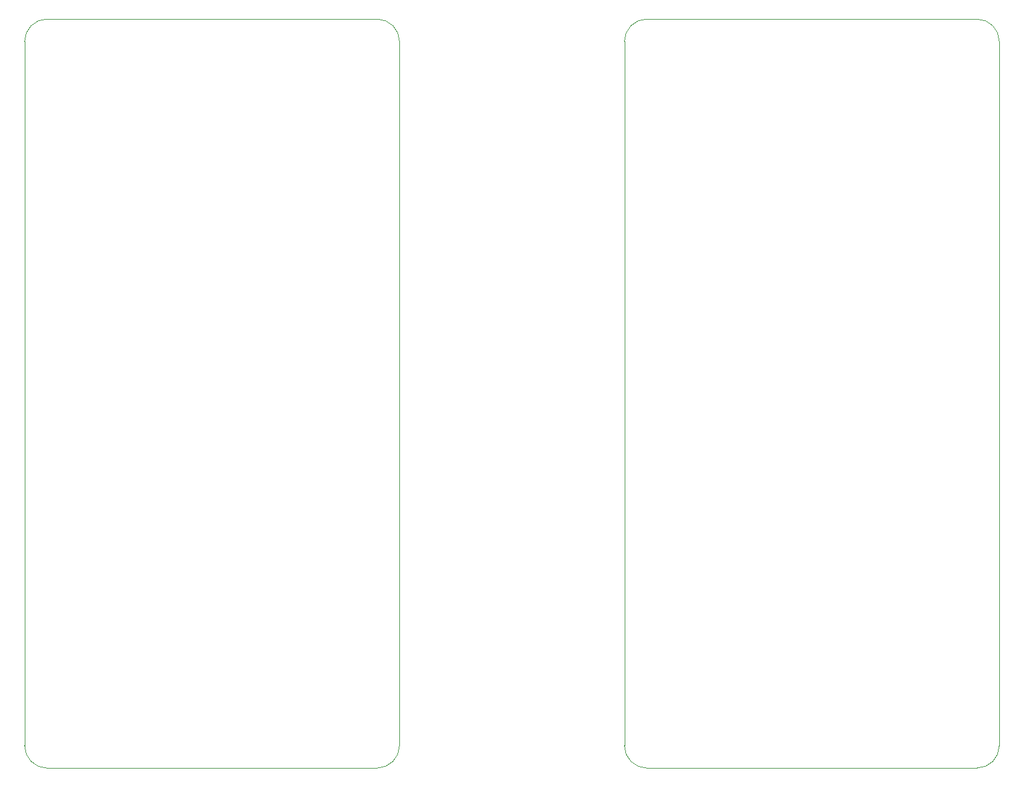
<source format=gbr>
%TF.GenerationSoftware,KiCad,Pcbnew,9.0.2*%
%TF.CreationDate,2025-06-20T23:13:18+10:00*%
%TF.ProjectId,VCF,5643462e-6b69-4636-9164-5f7063625858,1-0*%
%TF.SameCoordinates,Original*%
%TF.FileFunction,Profile,NP*%
%FSLAX46Y46*%
G04 Gerber Fmt 4.6, Leading zero omitted, Abs format (unit mm)*
G04 Created by KiCad (PCBNEW 9.0.2) date 2025-06-20 23:13:18*
%MOMM*%
%LPD*%
G01*
G04 APERTURE LIST*
%TA.AperFunction,Profile*%
%ADD10C,0.050000*%
%TD*%
G04 APERTURE END LIST*
D10*
%TO.C,REF\u002A\u002A*%
X45000001Y-53000000D02*
X45000000Y-147000000D01*
X48000001Y-149999999D02*
X92000000Y-150000000D01*
X92000000Y-50000000D02*
X48000001Y-50000000D01*
X95000000Y-147000000D02*
X95000000Y-53000000D01*
X45000000Y-53000000D02*
G75*
G02*
X48000000Y-50000000I3000001J-1D01*
G01*
X48000000Y-150000000D02*
G75*
G02*
X45000000Y-147000000I1J3000001D01*
G01*
X92000000Y-50000000D02*
G75*
G02*
X95000000Y-53000000I0J-3000000D01*
G01*
X95000000Y-147000000D02*
G75*
G02*
X92000000Y-150000000I-3000000J0D01*
G01*
X125000001Y-53000000D02*
X125000000Y-147000000D01*
X128000001Y-149999999D02*
X172000000Y-150000000D01*
X172000000Y-50000000D02*
X128000001Y-50000000D01*
X175000000Y-147000000D02*
X175000000Y-53000000D01*
X125000000Y-53000000D02*
G75*
G02*
X128000000Y-50000000I3000001J-1D01*
G01*
X128000000Y-150000000D02*
G75*
G02*
X125000000Y-147000000I1J3000001D01*
G01*
X172000000Y-50000000D02*
G75*
G02*
X175000000Y-53000000I0J-3000000D01*
G01*
X175000000Y-147000000D02*
G75*
G02*
X172000000Y-150000000I-3000000J0D01*
G01*
%TD*%
M02*

</source>
